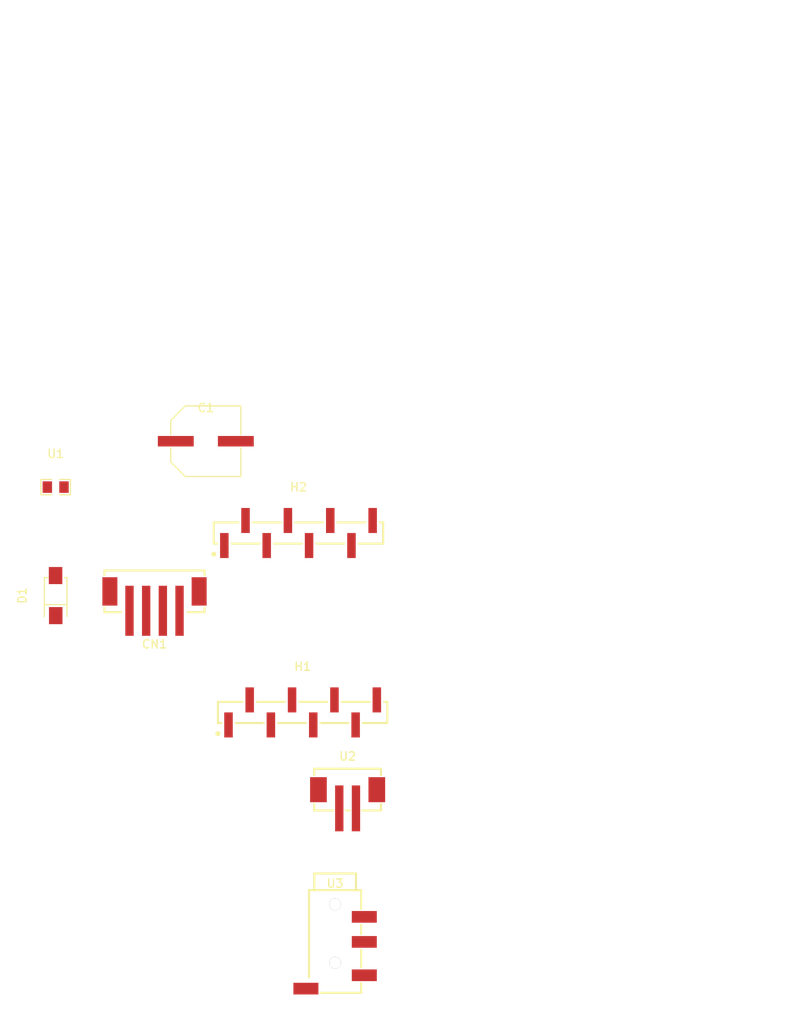
<source format=kicad_pcb>
(kicad_pcb (version 20241229) (generator "pcbnew") (generator_version "9.0")
  (layers (0 "F.Cu" signal) (2 "B.Cu" signal) (13 "F.Paste" user) (15 "B.Paste" user) (5 "F.SilkS" user "F.Silkscreen") (7 "B.SilkS" user "B.Silkscreen") (1 "F.Mask" user) (3 "B.Mask" user) (25 "Edge.Cuts" user))
  (net 0 "")
  (net 1 "footprint-_4-0")
  (net 2 "df_header_right-_5")
  (net 3 "footprint-_6")
  (net 4 "df_header_right-_4")
  (net 5 "df_header_right-_2")
  (net 6 "footprint-_3-1")
  (net 7 "footprint-_5")
  (net 8 "df_header_right-_3")
  (net 9 "df_header_right-_1")
  (net 10 "footprint-net-1")
  (net 11 "df_header_left-_2-0")
  (net 12 "df_header_left-_2-2")
  (net 13 "footprint-net-0")
  (net 14 "footprint-_3-0")
  (net 15 "gnd")
  (net 16 "df_header_left-_1-1")
  (net 17 "v_in_5v")
  (net 18 "footprint-_4-1")
  (net 19 "df_header_left-_2-1")
  (net 20 "v_dfplayer")
  (net 21 "df_header_left-_3")
  (net 22 "_7")
  (net 23 "df_header_left-_1-0")
  (net 24 "df_header_right-_6")
  (net 25 "footprint-net-2")
  (footprint "hanxia_HX_PM2_54_1x8P_TP_H8_5_ZQ:HDR-SMD_8P-P2.54-V-F-LS4.7" (layer "F.Cu") (at 152.61 81)
    (property "Reference" "H2" (at 0 -5.5 0) (layer "F.SilkS"))
    (property "Value" "")
    (fp_line (start -10.16 -1.27) (end -7.22 -1.27) (stroke (width 0.25)) (layer "F.SilkS"))
    (fp_line (start -10.16 1.27) (end -10.16 -1.27) (stroke (width 0.25)) (layer "F.SilkS"))
    (fp_line (start -9.75 1.27) (end -10.16 1.27) (stroke (width 0.25)) (layer "F.SilkS"))
    (fp_line (start -5.49 -1.27) (end -2.13 -1.27) (stroke (width 0.25)) (layer "F.SilkS"))
    (fp_line (start -4.67 1.27) (end -8.02 1.27) (stroke (width 0.25)) (layer "F.SilkS"))
    (fp_line (start -0.4 -1.27) (end 2.95 -1.27) (stroke (width 0.25)) (layer "F.SilkS"))
    (fp_line (start 0.4 1.27) (end -2.95 1.27) (stroke (width 0.25)) (layer "F.SilkS"))
    (fp_line (start 4.67 -1.27) (end 8.02 -1.27) (stroke (width 0.25)) (layer "F.SilkS"))
    (fp_line (start 5.49 1.27) (end 2.13 1.27) (stroke (width 0.25)) (layer "F.SilkS"))
    (fp_line (start 7.22 1.27) (end 10.15 1.27) (stroke (width 0.25)) (layer "F.SilkS"))
    (fp_line (start 10.15 -1.27) (end 9.75 -1.27) (stroke (width 0.25)) (layer "F.SilkS"))
    (fp_line (start 10.15 -1.27) (end 10.15 -0.51) (stroke (width 0.25)) (layer "F.SilkS"))
    (fp_line (start 10.15 -0.51) (end 10.15 1.27) (stroke (width 0.25)) (layer "F.SilkS"))
    (fp_circle (center -10.16 2.54) (end -10.01 2.54) (stroke (width 0.3)) (fill no) (layer "F.SilkS"))
    (fp_text user "${REFERENCE}" (at 0 -5.5 0) (layer "F.SilkS"))
    (pad "1" smd rect (at -8.89 1.5 180) (size 1.02 3) (layers "F.Cu" "F.Mask" "F.Paste") (net 9 "df_header_right-_1"))
    (pad "2" smd rect (at -6.35 -1.5 180) (size 1.02 3) (layers "F.Cu" "F.Mask" "F.Paste") (net 5 "df_header_right-_2"))
    (pad "3" smd rect (at -3.81 1.5 180) (size 1.02 3) (layers "F.Cu" "F.Mask" "F.Paste") (net 8 "df_header_right-_3"))
    (pad "4" smd rect (at -1.27 -1.5 180) (size 1.02 3) (layers "F.Cu" "F.Mask" "F.Paste") (net 4 "df_header_right-_4"))
    (pad "5" smd rect (at 1.27 1.5 180) (size 1.02 3) (layers "F.Cu" "F.Mask" "F.Paste") (net 2 "df_header_right-_5"))
    (pad "6" smd rect (at 3.81 -1.5 180) (size 1.02 3) (layers "F.Cu" "F.Mask" "F.Paste") (net 24 "df_header_right-_6"))
    (pad "7" smd rect (at 6.35 1.5 180) (size 1.02 3) (layers "F.Cu" "F.Mask" "F.Paste") (net 22 "_7"))
    (pad "8" smd rect (at 8.89 -1.5 180) (size 1.02 3) (layers "F.Cu" "F.Mask" "F.Paste") (net 15 "gnd"))
  )
  (footprint "JST_Sales_America_B4B_PH_SM4_TB_LF__SN:CONN-SMD_B4B-PH-SM4-TB-LF-SN" (layer "F.Cu") (at 135.35 89.16 180)
    (property "Reference" "CN1" (at 0 -5.16 0) (layer "F.SilkS"))
    (property "Value" "")
    (fp_line (start 6 3.67) (end -6 3.67) (stroke (width 0.25)) (layer "F.SilkS"))
    (fp_line (start 6 3.09) (end 6 3.67) (stroke (width 0.25)) (layer "F.SilkS"))
    (fp_line (start 6 -1.33) (end 6 -0.77) (stroke (width 0.25)) (layer "F.SilkS"))
    (fp_line (start 4 -1.33) (end 6 -1.33) (stroke (width 0.25)) (layer "F.SilkS"))
    (fp_line (start -6 3.67) (end -6 3.09) (stroke (width 0.25)) (layer "F.SilkS"))
    (fp_line (start -6 -1.33) (end -4 -1.33) (stroke (width 0.25)) (layer "F.SilkS"))
    (fp_line (start -6 -1.33) (end -6 -0.77) (stroke (width 0.25)) (layer "F.SilkS"))
    (fp_text user "${REFERENCE}" (at 0 -5.16 0) (layer "F.SilkS"))
    (pad "1" smd rect (at 3 -1.16) (size 1 6) (layers "F.Cu" "F.Mask" "F.Paste") (net 17 "v_in_5v"))
    (pad "2" smd rect (at 1 -1.16) (size 1 6) (layers "F.Cu" "F.Mask" "F.Paste") (net 15 "gnd"))
    (pad "3" smd rect (at -1 -1.16) (size 1 6) (layers "F.Cu" "F.Mask" "F.Paste") (net 14 "footprint-_3-0"))
    (pad "4" smd rect (at -3 -1.16) (size 1 6) (layers "F.Cu" "F.Mask" "F.Paste") (net 21 "df_header_left-_3"))
    (pad "5" smd rect (at -5.35 1.16 180) (size 1.8 3.4) (layers "F.Cu" "F.Mask" "F.Paste") (net 7 "footprint-_5"))
    (pad "6" smd rect (at 5.35 1.16 180) (size 1.8 3.4) (layers "F.Cu" "F.Mask" "F.Paste") (net 3 "footprint-_6"))
  )
  (footprint "hongjiacheng_M1:SMA_L4.3-W2.6-LS5.0-RD" (layer "F.Cu") (at 123.5 88.5 90)
    (property "Reference" "D1" (at 0 -4.01 90) (layer "F.SilkS"))
    (property "Value" "")
    (fp_line (start -1.08 -1.36) (end -1.08 1.36) (stroke (width 0.15)) (layer "F.SilkS"))
    (fp_line (start -2.53 -1.36) (end 2.16 -1.35) (stroke (width 0.15)) (layer "F.SilkS"))
    (fp_line (start 2.16 -1.27) (end 2.16 -0.92) (stroke (width 0.15)) (layer "F.SilkS"))
    (fp_line (start 2.16 1.36) (end 2.16 1.01) (stroke (width 0.15)) (layer "F.SilkS"))
    (fp_line (start -2.5 1.36) (end 2.16 1.36) (stroke (width 0.15)) (layer "F.SilkS"))
    (fp_text user "${REFERENCE}" (at 0 -4.01 90) (layer "F.SilkS"))
    (pad "1" smd rect (at -2.4 0.01 90) (size 2.05 1.62) (layers "F.Cu" "F.Mask" "F.Paste") (net 20 "v_dfplayer"))
    (pad "2" smd rect (at 2.4 -0.01 270) (size 2.05 1.62) (layers "F.Cu" "F.Mask" "F.Paste") (net 17 "v_in_5v"))
  )
  (footprint "UNI_ROYAL_0805W8F1001T5E:R0805" (layer "F.Cu") (at 123.5 75.5)
    (property "Reference" "U1" (at 0 -4 0) (layer "F.SilkS"))
    (property "Value" "1kΩ ±1% 125mW")
    (fp_line (start -1.76 -0.92) (end -0.48 -0.92) (stroke (width 0.15)) (layer "F.SilkS"))
    (fp_line (start -1.76 0.92) (end -1.76 -0.92) (stroke (width 0.15)) (layer "F.SilkS"))
    (fp_line (start -0.48 0.92) (end -1.76 0.92) (stroke (width 0.15)) (layer "F.SilkS"))
    (fp_line (start 0.48 0.92) (end 1.76 0.92) (stroke (width 0.15)) (layer "F.SilkS"))
    (fp_line (start 1.76 -0.92) (end 0.48 -0.92) (stroke (width 0.15)) (layer "F.SilkS"))
    (fp_line (start 1.76 0.92) (end 1.76 -0.92) (stroke (width 0.15)) (layer "F.SilkS"))
    (fp_text user "${REFERENCE}" (at 0 -4 0) (layer "F.SilkS"))
    (pad "1" smd rect (at -1 0) (size 1.13 1.38) (layers "F.Cu" "F.Mask" "F.Paste") (net 13 "footprint-net-0"))
    (pad "2" smd rect (at 1 0) (size 1.13 1.38) (layers "F.Cu" "F.Mask" "F.Paste") (net 10 "footprint-net-1"))
  )
  (footprint "hanxia_HX_PM2_54_1x8P_TP_H8_5_ZQ:HDR-SMD_8P-P2.54-V-F-LS4.7" (layer "F.Cu") (at 153.11 102.5)
    (property "Reference" "H1" (at 0 -5.5 0) (layer "F.SilkS"))
    (property "Value" "")
    (fp_line (start -10.16 -1.27) (end -7.22 -1.27) (stroke (width 0.25)) (layer "F.SilkS"))
    (fp_line (start -10.16 1.27) (end -10.16 -1.27) (stroke (width 0.25)) (layer "F.SilkS"))
    (fp_line (start -9.75 1.27) (end -10.16 1.27) (stroke (width 0.25)) (layer "F.SilkS"))
    (fp_line (start -5.49 -1.27) (end -2.13 -1.27) (stroke (width 0.25)) (layer "F.SilkS"))
    (fp_line (start -4.67 1.27) (end -8.02 1.27) (stroke (width 0.25)) (layer "F.SilkS"))
    (fp_line (start -0.4 -1.27) (end 2.95 -1.27) (stroke (width 0.25)) (layer "F.SilkS"))
    (fp_line (start 0.4 1.27) (end -2.95 1.27) (stroke (width 0.25)) (layer "F.SilkS"))
    (fp_line (start 4.67 -1.27) (end 8.02 -1.27) (stroke (width 0.25)) (layer "F.SilkS"))
    (fp_line (start 5.49 1.27) (end 2.13 1.27) (stroke (width 0.25)) (layer "F.SilkS"))
    (fp_line (start 7.22 1.27) (end 10.15 1.27) (stroke (width 0.25)) (layer "F.SilkS"))
    (fp_line (start 10.15 -1.27) (end 9.75 -1.27) (stroke (width 0.25)) (layer "F.SilkS"))
    (fp_line (start 10.15 -1.27) (end 10.15 -0.51) (stroke (width 0.25)) (layer "F.SilkS"))
    (fp_line (start 10.15 -0.51) (end 10.15 1.27) (stroke (width 0.25)) (layer "F.SilkS"))
    (fp_circle (center -10.16 2.54) (end -10.01 2.54) (stroke (width 0.3)) (fill no) (layer "F.SilkS"))
    (fp_text user "${REFERENCE}" (at 0 -5.5 0) (layer "F.SilkS"))
    (pad "1" smd rect (at -8.89 1.5 180) (size 1.02 3) (layers "F.Cu" "F.Mask" "F.Paste") (net 20 "v_dfplayer"))
    (pad "2" smd rect (at -6.35 -1.5 180) (size 1.02 3) (layers "F.Cu" "F.Mask" "F.Paste") (net 11 "df_header_left-_2-0"))
    (pad "3" smd rect (at -3.81 1.5 180) (size 1.02 3) (layers "F.Cu" "F.Mask" "F.Paste") (net 21 "df_header_left-_3"))
    (pad "4" smd rect (at -1.27 -1.5 180) (size 1.02 3) (layers "F.Cu" "F.Mask" "F.Paste") (net 23 "df_header_left-_1-0"))
    (pad "5" smd rect (at 1.27 1.5 180) (size 1.02 3) (layers "F.Cu" "F.Mask" "F.Paste") (net 19 "df_header_left-_2-1"))
    (pad "6" smd rect (at 3.81 -1.5 180) (size 1.02 3) (layers "F.Cu" "F.Mask" "F.Paste") (net 16 "df_header_left-_1-1"))
    (pad "7" smd rect (at 6.35 1.5 180) (size 1.02 3) (layers "F.Cu" "F.Mask" "F.Paste") (net 12 "df_header_left-_2-2"))
    (pad "8" smd rect (at 8.89 -1.5 180) (size 1.02 3) (layers "F.Cu" "F.Mask" "F.Paste") (net 15 "gnd"))
  )
  (footprint "JST_Sales_America_B2B_PH_SM4_TBT_LF__SN:CONN-SMD_B2B-PH-SM4-TBT-LF-SN" (layer "F.Cu") (at 158.5 112.88)
    (property "Reference" "U2" (at 0 -5.12 0) (layer "F.SilkS"))
    (property "Value" "")
    (fp_line (start -4 -3.63) (end -4 -2.86) (stroke (width 0.25)) (layer "F.SilkS"))
    (fp_line (start -4 -3.63) (end 4 -3.63) (stroke (width 0.25)) (layer "F.SilkS"))
    (fp_line (start -4 0.6) (end -4 1.37) (stroke (width 0.25)) (layer "F.SilkS"))
    (fp_line (start -4 1.37) (end -1.73 1.37) (stroke (width 0.25)) (layer "F.SilkS"))
    (fp_line (start -0.27 1.37) (end 0.27 1.37) (stroke (width 0.25)) (layer "F.SilkS"))
    (fp_line (start 1.73 1.37) (end 4 1.37) (stroke (width 0.25)) (layer "F.SilkS"))
    (fp_line (start 4 -2.86) (end 4 -3.63) (stroke (width 0.25)) (layer "F.SilkS"))
    (fp_line (start 4 1.37) (end 4 0.6) (stroke (width 0.25)) (layer "F.SilkS"))
    (fp_text user "${REFERENCE}" (at 0 -5.12 0) (layer "F.SilkS"))
    (pad "1" smd rect (at -1 1.12) (size 1 5.5) (layers "F.Cu" "F.Mask" "F.Paste") (net 16 "df_header_left-_1-1"))
    (pad "2" smd rect (at 1 1.12) (size 1 5.5) (layers "F.Cu" "F.Mask" "F.Paste") (net 12 "df_header_left-_2-2"))
    (pad "3" smd rect (at 3.5 -1.12) (size 2 3) (layers "F.Cu" "F.Mask" "F.Paste") (net 6 "footprint-_3-1"))
    (pad "4" smd rect (at -3.5 -1.12) (size 2 3) (layers "F.Cu" "F.Mask" "F.Paste") (net 1 "footprint-_4-0"))
  )
  (footprint "PANASONIC_EEEFK1A471AP:CAP-SMD_BD8.0-L8.3-W8.3-LS9.9-FD" (layer "F.Cu") (at 141.5 70)
    (property "Reference" "C1" (at 0 -4 0) (layer "F.SilkS"))
    (property "Value" "")
    (fp_line (start -4.2 -2.49) (end -4.2 -0.78) (stroke (width 0.15)) (layer "F.SilkS"))
    (fp_line (start -4.2 2.49) (end -4.2 0.78) (stroke (width 0.15)) (layer "F.SilkS"))
    (fp_line (start -2.46 -4.23) (end -4.2 -2.49) (stroke (width 0.15)) (layer "F.SilkS"))
    (fp_line (start -2.46 4.23) (end -4.2 2.49) (stroke (width 0.15)) (layer "F.SilkS"))
    (fp_line (start 4.2 -4.23) (end -2.46 -4.23) (stroke (width 0.15)) (layer "F.SilkS"))
    (fp_line (start 4.2 -0.78) (end 4.2 -4.23) (stroke (width 0.15)) (layer "F.SilkS"))
    (fp_line (start 4.2 0.78) (end 4.2 4.23) (stroke (width 0.15)) (layer "F.SilkS"))
    (fp_line (start 4.2 4.23) (end -2.46 4.23) (stroke (width 0.15)) (layer "F.SilkS"))
    (fp_text user "${REFERENCE}" (at 0 -4 0) (layer "F.SilkS"))
    (pad "1" smd rect (at -3.6 0) (size 4.3 1.26) (layers "F.Cu" "F.Mask" "F.Paste") (net 20 "v_dfplayer"))
    (pad "2" smd rect (at 3.6 0) (size 4.3 1.26) (layers "F.Cu" "F.Mask" "F.Paste") (net 15 "gnd"))
  )
  (footprint "HanElectricity_PJ_320D:AUDIO-SMD_HANELECTRICITY_PJ-320D" (layer "F.Cu") (at 157 131.3)
    (property "Reference" "U3" (at 0 -8.3 0) (layer "F.SilkS"))
    (property "Value" "")
    (fp_line (start -3.12 -7.5) (end -3.12 2.94) (stroke (width 0.25)) (layer "F.SilkS"))
    (fp_line (start -2.5 -9.5) (end -2.5 -7.5) (stroke (width 0.25)) (layer "F.SilkS"))
    (fp_line (start -2.5 -9.5) (end 2.5 -9.5) (stroke (width 0.25)) (layer "F.SilkS"))
    (fp_line (start 2.5 -7.5) (end 2.5 -9.5) (stroke (width 0.25)) (layer "F.SilkS"))
    (fp_line (start 3.13 -7.5) (end -3.12 -7.5) (stroke (width 0.25)) (layer "F.SilkS"))
    (fp_line (start 3.13 -7.49) (end 3.13 -5.23) (stroke (width 0.25)) (layer "F.SilkS"))
    (fp_line (start 3.13 -3.37) (end 3.13 -2.23) (stroke (width 0.25)) (layer "F.SilkS"))
    (fp_line (start 3.13 -0.37) (end 3.13 1.77) (stroke (width 0.25)) (layer "F.SilkS"))
    (fp_line (start 3.13 3.63) (end 3.13 4.8) (stroke (width 0.25)) (layer "F.SilkS"))
    (fp_line (start 3.13 4.8) (end -1.77 4.8) (stroke (width 0.25)) (layer "F.SilkS"))
    (fp_text user "${REFERENCE}" (at 0 -8.3 0) (layer "F.SilkS"))
    (pad "" thru_hole circle (at 0 -5.8) (size 1.4 1.4) (drill 1.4) (layers "*.Cu" "*.Mask") (net 25 "footprint-net-2"))
    (pad "" thru_hole circle (at 0 1.2) (size 1.4 1.4) (drill 1.4) (layers "*.Cu" "*.Mask") (net 25 "footprint-net-2"))
    (pad "1" smd rect (at -3.5 4.3) (size 3 1.4) (layers "F.Cu" "F.Mask" "F.Paste") (net 23 "df_header_left-_1-0"))
    (pad "2" smd rect (at 3.5 -4.3) (size 3 1.4) (layers "F.Cu" "F.Mask" "F.Paste") (net 19 "df_header_left-_2-1"))
    (pad "3" smd rect (at 3.5 -1.3) (size 3 1.4) (layers "F.Cu" "F.Mask" "F.Paste") (net 15 "gnd"))
    (pad "4" smd rect (at 3.5 2.7) (size 3 1.4) (layers "F.Cu" "F.Mask" "F.Paste") (net 18 "footprint-_4-1"))
  )
)
</source>
